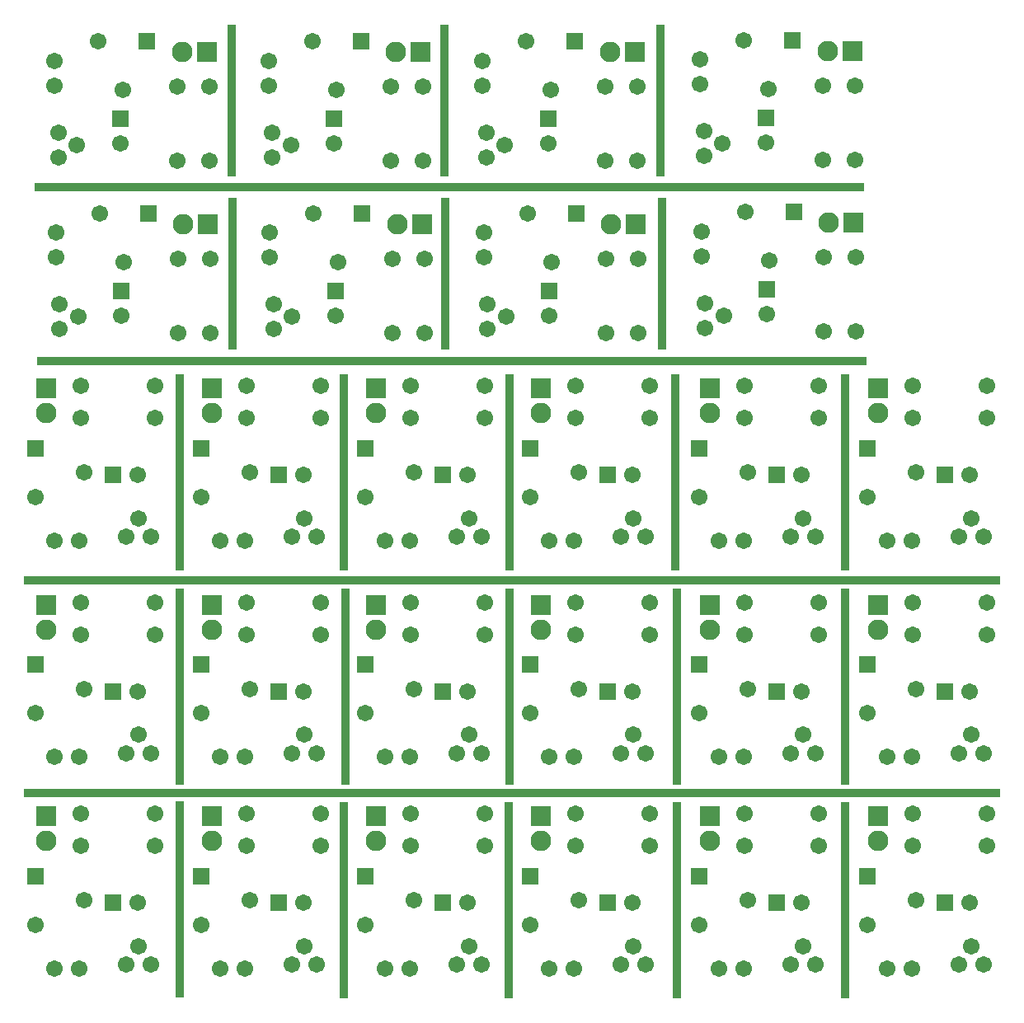
<source format=gts>
G04 Layer_Color=8388736*
%FSLAX25Y25*%
%MOIN*%
G70*
G01*
G75*
%ADD29R,0.03556X0.61824*%
%ADD30R,0.03556X0.79540*%
%ADD31R,3.35446X0.03556*%
%ADD32R,3.94501X0.03556*%
%ADD33C,0.06706*%
%ADD34R,0.06737X0.06737*%
%ADD35C,0.06737*%
%ADD36R,0.06706X0.06706*%
%ADD37R,0.07887X0.07887*%
%ADD38C,0.08280*%
%ADD39R,0.06737X0.06737*%
%ADD40R,0.06706X0.06706*%
%ADD41R,0.07887X0.07887*%
D29*
X260500Y364500D02*
D03*
X261000Y294500D02*
D03*
X173000Y364500D02*
D03*
X173500Y294500D02*
D03*
X87500D02*
D03*
X87000Y364500D02*
D03*
D30*
X335000Y214000D02*
D03*
X266500D02*
D03*
X199500D02*
D03*
X132500D02*
D03*
X66000D02*
D03*
Y127500D02*
D03*
X133000D02*
D03*
X199500D02*
D03*
X267000D02*
D03*
X335000D02*
D03*
Y41000D02*
D03*
X267000D02*
D03*
X199000D02*
D03*
X132500D02*
D03*
X66000Y41500D02*
D03*
D31*
X175000Y329500D02*
D03*
X176000Y259000D02*
D03*
D32*
X200500Y170500D02*
D03*
Y84500D02*
D03*
D33*
X339000Y370500D02*
D03*
Y340500D02*
D03*
X326000Y370500D02*
D03*
Y340500D02*
D03*
X278000Y352000D02*
D03*
X285500Y347000D02*
D03*
X278000Y342000D02*
D03*
X276500Y381000D02*
D03*
Y371000D02*
D03*
X303000Y347500D02*
D03*
X303500Y278000D02*
D03*
X277000Y311500D02*
D03*
Y301500D02*
D03*
X278500Y282500D02*
D03*
X286000Y277500D02*
D03*
X278500Y272500D02*
D03*
X326500Y301000D02*
D03*
Y271000D02*
D03*
X339500Y301000D02*
D03*
Y271000D02*
D03*
X251000Y370000D02*
D03*
Y340000D02*
D03*
X238000Y370000D02*
D03*
Y340000D02*
D03*
X190000Y351500D02*
D03*
X197500Y346500D02*
D03*
X190000Y341500D02*
D03*
X188500Y380500D02*
D03*
Y370500D02*
D03*
X215000Y347000D02*
D03*
X215500Y277500D02*
D03*
X189000Y311000D02*
D03*
Y301000D02*
D03*
X190500Y282000D02*
D03*
X198000Y277000D02*
D03*
X190500Y272000D02*
D03*
X238500Y300500D02*
D03*
Y270500D02*
D03*
X251500Y300500D02*
D03*
Y270500D02*
D03*
X164500Y370000D02*
D03*
Y340000D02*
D03*
X151500Y370000D02*
D03*
Y340000D02*
D03*
X103500Y351500D02*
D03*
X111000Y346500D02*
D03*
X103500Y341500D02*
D03*
X102000Y380500D02*
D03*
Y370500D02*
D03*
X128500Y347000D02*
D03*
X129000Y277500D02*
D03*
X102500Y311000D02*
D03*
Y301000D02*
D03*
X104000Y282000D02*
D03*
X111500Y277000D02*
D03*
X104000Y272000D02*
D03*
X152000Y300500D02*
D03*
Y270500D02*
D03*
X165000Y300500D02*
D03*
Y270500D02*
D03*
X78000Y370000D02*
D03*
Y340000D02*
D03*
X65000Y370000D02*
D03*
Y340000D02*
D03*
X17000Y351500D02*
D03*
X24500Y346500D02*
D03*
X17000Y341500D02*
D03*
X15500Y380500D02*
D03*
Y370500D02*
D03*
X42000Y347000D02*
D03*
X42500Y277500D02*
D03*
X16000Y311000D02*
D03*
Y301000D02*
D03*
X17500Y282000D02*
D03*
X25000Y277000D02*
D03*
X17500Y272000D02*
D03*
X65500Y300500D02*
D03*
Y270500D02*
D03*
X78500Y300500D02*
D03*
Y270500D02*
D03*
X26000Y249000D02*
D03*
X56000D02*
D03*
X26000Y236000D02*
D03*
X56000D02*
D03*
X44500Y188000D02*
D03*
X49500Y195500D02*
D03*
X54500Y188000D02*
D03*
X15500Y186500D02*
D03*
X25500D02*
D03*
X49000Y213000D02*
D03*
X116000D02*
D03*
X82500Y186500D02*
D03*
X92500D02*
D03*
X111500Y188000D02*
D03*
X116500Y195500D02*
D03*
X121500Y188000D02*
D03*
X93000Y236000D02*
D03*
X123000D02*
D03*
X93000Y249000D02*
D03*
X123000D02*
D03*
X182500Y213000D02*
D03*
X149000Y186500D02*
D03*
X159000D02*
D03*
X178000Y188000D02*
D03*
X183000Y195500D02*
D03*
X188000Y188000D02*
D03*
X159500Y236000D02*
D03*
X189500D02*
D03*
X159500Y249000D02*
D03*
X189500D02*
D03*
X249000Y213000D02*
D03*
X215500Y186500D02*
D03*
X225500D02*
D03*
X244500Y188000D02*
D03*
X249500Y195500D02*
D03*
X254500Y188000D02*
D03*
X226000Y236000D02*
D03*
X256000D02*
D03*
X226000Y249000D02*
D03*
X256000D02*
D03*
X385500Y213000D02*
D03*
X352000Y186500D02*
D03*
X362000D02*
D03*
X381000Y188000D02*
D03*
X386000Y195500D02*
D03*
X391000Y188000D02*
D03*
X362500Y236000D02*
D03*
X392500D02*
D03*
X362500Y249000D02*
D03*
X392500D02*
D03*
X317500Y213000D02*
D03*
X284000Y186500D02*
D03*
X294000D02*
D03*
X313000Y188000D02*
D03*
X318000Y195500D02*
D03*
X323000Y188000D02*
D03*
X294500Y236000D02*
D03*
X324500D02*
D03*
X294500Y249000D02*
D03*
X324500D02*
D03*
X26000Y161500D02*
D03*
X56000D02*
D03*
X26000Y148500D02*
D03*
X56000D02*
D03*
X44500Y100500D02*
D03*
X49500Y108000D02*
D03*
X54500Y100500D02*
D03*
X15500Y99000D02*
D03*
X25500D02*
D03*
X49000Y125500D02*
D03*
X116000D02*
D03*
X82500Y99000D02*
D03*
X92500D02*
D03*
X111500Y100500D02*
D03*
X116500Y108000D02*
D03*
X121500Y100500D02*
D03*
X93000Y148500D02*
D03*
X123000D02*
D03*
X93000Y161500D02*
D03*
X123000D02*
D03*
X182500Y125500D02*
D03*
X149000Y99000D02*
D03*
X159000D02*
D03*
X178000Y100500D02*
D03*
X183000Y108000D02*
D03*
X188000Y100500D02*
D03*
X159500Y148500D02*
D03*
X189500D02*
D03*
X159500Y161500D02*
D03*
X189500D02*
D03*
X249000Y125500D02*
D03*
X215500Y99000D02*
D03*
X225500D02*
D03*
X244500Y100500D02*
D03*
X249500Y108000D02*
D03*
X254500Y100500D02*
D03*
X226000Y148500D02*
D03*
X256000D02*
D03*
X226000Y161500D02*
D03*
X256000D02*
D03*
X385500Y125500D02*
D03*
X352000Y99000D02*
D03*
X362000D02*
D03*
X381000Y100500D02*
D03*
X386000Y108000D02*
D03*
X391000Y100500D02*
D03*
X362500Y148500D02*
D03*
X392500D02*
D03*
X362500Y161500D02*
D03*
X392500D02*
D03*
X317500Y125500D02*
D03*
X284000Y99000D02*
D03*
X294000D02*
D03*
X313000Y100500D02*
D03*
X318000Y108000D02*
D03*
X323000Y100500D02*
D03*
X294500Y148500D02*
D03*
X324500D02*
D03*
X294500Y161500D02*
D03*
X324500D02*
D03*
X294500Y76000D02*
D03*
X324500D02*
D03*
X294500Y63000D02*
D03*
X324500D02*
D03*
X313000Y15000D02*
D03*
X318000Y22500D02*
D03*
X323000Y15000D02*
D03*
X284000Y13500D02*
D03*
X294000D02*
D03*
X317500Y40000D02*
D03*
X362500Y76000D02*
D03*
X392500D02*
D03*
X362500Y63000D02*
D03*
X392500D02*
D03*
X381000Y15000D02*
D03*
X386000Y22500D02*
D03*
X391000Y15000D02*
D03*
X352000Y13500D02*
D03*
X362000D02*
D03*
X385500Y40000D02*
D03*
X226000Y76000D02*
D03*
X256000D02*
D03*
X226000Y63000D02*
D03*
X256000D02*
D03*
X244500Y15000D02*
D03*
X249500Y22500D02*
D03*
X254500Y15000D02*
D03*
X215500Y13500D02*
D03*
X225500D02*
D03*
X249000Y40000D02*
D03*
X159500Y76000D02*
D03*
X189500D02*
D03*
X159500Y63000D02*
D03*
X189500D02*
D03*
X178000Y15000D02*
D03*
X183000Y22500D02*
D03*
X188000Y15000D02*
D03*
X149000Y13500D02*
D03*
X159000D02*
D03*
X182500Y40000D02*
D03*
X93000Y76000D02*
D03*
X123000D02*
D03*
X93000Y63000D02*
D03*
X123000D02*
D03*
X111500Y15000D02*
D03*
X116500Y22500D02*
D03*
X121500Y15000D02*
D03*
X82500Y13500D02*
D03*
X92500D02*
D03*
X116000Y40000D02*
D03*
X26000Y63000D02*
D03*
X56000D02*
D03*
X26000Y76000D02*
D03*
X56000D02*
D03*
X49000Y40000D02*
D03*
X44500Y15000D02*
D03*
X49500Y22500D02*
D03*
X54500Y15000D02*
D03*
X15500Y13500D02*
D03*
X25500D02*
D03*
D34*
X313843Y388843D02*
D03*
X314342Y319342D02*
D03*
X225842Y388342D02*
D03*
X226343Y318843D02*
D03*
X139342Y388342D02*
D03*
X139842Y318843D02*
D03*
X52842Y388342D02*
D03*
X53342Y318843D02*
D03*
D35*
X304000Y369158D02*
D03*
X294158Y388843D02*
D03*
X304500Y299658D02*
D03*
X294657Y319342D02*
D03*
X216000Y368657D02*
D03*
X206157Y388342D02*
D03*
X216500Y299158D02*
D03*
X206658Y318843D02*
D03*
X129500Y368657D02*
D03*
X119658Y388342D02*
D03*
X130000Y299158D02*
D03*
X120158Y318843D02*
D03*
X43000Y368657D02*
D03*
X33158Y388342D02*
D03*
X43500Y299158D02*
D03*
X33658Y318843D02*
D03*
X27343Y214000D02*
D03*
X7658Y204157D02*
D03*
X94342Y214000D02*
D03*
X74657Y204157D02*
D03*
X160843Y214000D02*
D03*
X141157Y204157D02*
D03*
X227343Y214000D02*
D03*
X207658Y204157D02*
D03*
X363843Y214000D02*
D03*
X344158Y204157D02*
D03*
X295843Y214000D02*
D03*
X276157Y204157D02*
D03*
X27343Y126500D02*
D03*
X7658Y116657D02*
D03*
X94342Y126500D02*
D03*
X74657Y116657D02*
D03*
X160843Y126500D02*
D03*
X141157Y116657D02*
D03*
X227343Y126500D02*
D03*
X207658Y116657D02*
D03*
X363843Y126500D02*
D03*
X344158Y116657D02*
D03*
X295843Y126500D02*
D03*
X276157Y116657D02*
D03*
X295843Y41000D02*
D03*
X276157Y31157D02*
D03*
X363843Y41000D02*
D03*
X344158Y31157D02*
D03*
X227343Y41000D02*
D03*
X207658Y31157D02*
D03*
X160843Y41000D02*
D03*
X141157Y31157D02*
D03*
X94342Y41000D02*
D03*
X74657Y31157D02*
D03*
X27343Y41000D02*
D03*
X7658Y31157D02*
D03*
D36*
X303000Y357500D02*
D03*
X303500Y288000D02*
D03*
X215000Y357000D02*
D03*
X215500Y287500D02*
D03*
X128500Y357000D02*
D03*
X129000Y287500D02*
D03*
X42000Y357000D02*
D03*
X42500Y287500D02*
D03*
D37*
X338000Y384500D02*
D03*
X338500Y315000D02*
D03*
X250000Y384000D02*
D03*
X250500Y314500D02*
D03*
X163500Y384000D02*
D03*
X164000Y314500D02*
D03*
X77000Y384000D02*
D03*
X77500Y314500D02*
D03*
D38*
X328000Y384500D02*
D03*
X328500Y315000D02*
D03*
X240000Y384000D02*
D03*
X240500Y314500D02*
D03*
X153500Y384000D02*
D03*
X154000Y314500D02*
D03*
X67000Y384000D02*
D03*
X67500Y314500D02*
D03*
X12000Y238000D02*
D03*
X79000D02*
D03*
X145500D02*
D03*
X212000D02*
D03*
X348500D02*
D03*
X280500D02*
D03*
X12000Y150500D02*
D03*
X79000D02*
D03*
X145500D02*
D03*
X212000D02*
D03*
X348500D02*
D03*
X280500D02*
D03*
Y65000D02*
D03*
X348500D02*
D03*
X212000D02*
D03*
X145500D02*
D03*
X79000D02*
D03*
X12000D02*
D03*
D39*
X7658Y223843D02*
D03*
X74657D02*
D03*
X141157D02*
D03*
X207658D02*
D03*
X344158D02*
D03*
X276157D02*
D03*
X7658Y136343D02*
D03*
X74657D02*
D03*
X141157D02*
D03*
X207658D02*
D03*
X344158D02*
D03*
X276157D02*
D03*
Y50842D02*
D03*
X344158D02*
D03*
X207658D02*
D03*
X141157D02*
D03*
X74657D02*
D03*
X7658D02*
D03*
D40*
X39000Y213000D02*
D03*
X106000D02*
D03*
X172500D02*
D03*
X239000D02*
D03*
X375500D02*
D03*
X307500D02*
D03*
X39000Y125500D02*
D03*
X106000D02*
D03*
X172500D02*
D03*
X239000D02*
D03*
X375500D02*
D03*
X307500D02*
D03*
Y40000D02*
D03*
X375500D02*
D03*
X239000D02*
D03*
X172500D02*
D03*
X106000D02*
D03*
X39000D02*
D03*
D41*
X12000Y248000D02*
D03*
X79000D02*
D03*
X145500D02*
D03*
X212000D02*
D03*
X348500D02*
D03*
X280500D02*
D03*
X12000Y160500D02*
D03*
X79000D02*
D03*
X145500D02*
D03*
X212000D02*
D03*
X348500D02*
D03*
X280500D02*
D03*
Y75000D02*
D03*
X348500D02*
D03*
X212000D02*
D03*
X145500D02*
D03*
X79000D02*
D03*
X12000D02*
D03*
M02*

</source>
